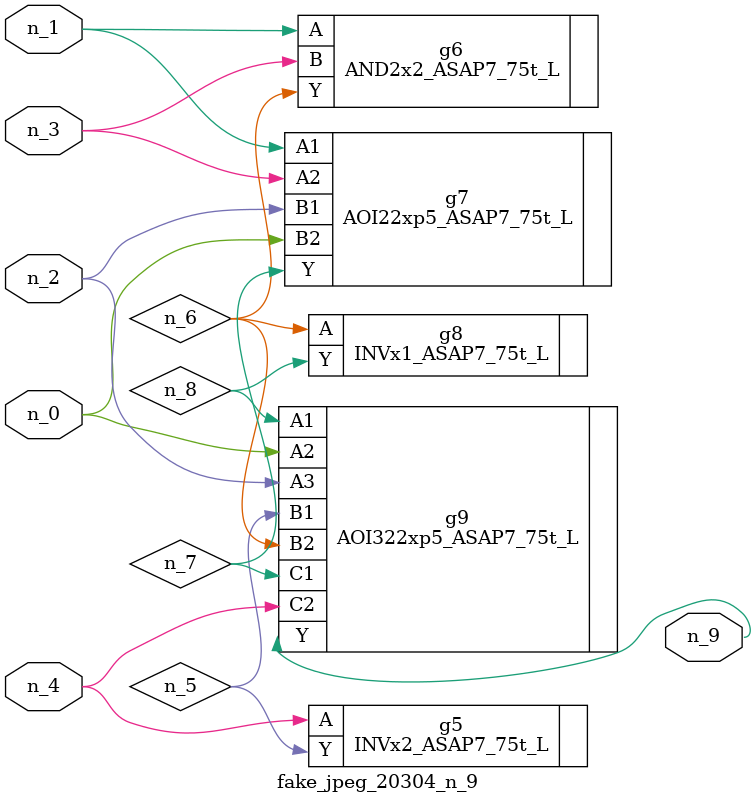
<source format=v>
module fake_jpeg_20304_n_9 (n_3, n_2, n_1, n_0, n_4, n_9);

input n_3;
input n_2;
input n_1;
input n_0;
input n_4;

output n_9;

wire n_8;
wire n_6;
wire n_5;
wire n_7;

INVx2_ASAP7_75t_L g5 ( 
.A(n_4),
.Y(n_5)
);

AND2x2_ASAP7_75t_L g6 ( 
.A(n_1),
.B(n_3),
.Y(n_6)
);

AOI22xp5_ASAP7_75t_L g7 ( 
.A1(n_1),
.A2(n_3),
.B1(n_2),
.B2(n_0),
.Y(n_7)
);

INVx1_ASAP7_75t_L g8 ( 
.A(n_6),
.Y(n_8)
);

AOI322xp5_ASAP7_75t_L g9 ( 
.A1(n_8),
.A2(n_0),
.A3(n_2),
.B1(n_5),
.B2(n_6),
.C1(n_7),
.C2(n_4),
.Y(n_9)
);


endmodule
</source>
